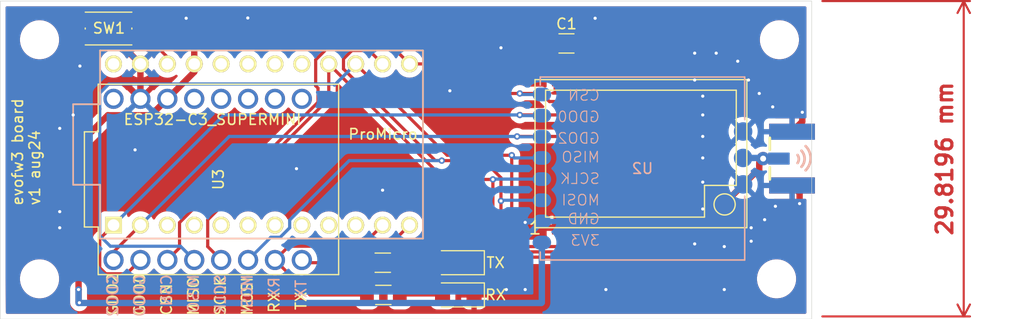
<source format=kicad_pcb>
(kicad_pcb (version 20240108) (generator "pcbnew") (generator_version "8.0")
  (layers (0 "F.Cu" signal) (31 "B.Cu" signal) (34 "B.Paste" user) (35 "F.Paste" user) (36 "B.SilkS" user "B.Silkscreen") (37 "F.SilkS" user "F.Silkscreen") (38 "B.Mask" user) (39 "F.Mask" user) (44 "Edge.Cuts" user))
  (net 0 "")
  (net 1 "/MISO")
  (net 2 "/GND")
  (net 3 "/GDO0")
  (net 4 "/VCC")
  (net 5 "/GDO2")
  (net 6 "/CSN")
  (net 7 "/ANT")
  (net 8 "/MOSI")
  (net 9 "/SCK")
  (net 29 "Net-(D1-A)")
  (net 30 "Net-(D2-A)")
  (net 31 "/RX")
  (net 32 "/TX")
  (net 33 "Net-(U1-RST)")
  (footprint "MountingHole:MountingHole_3.2mm_M3" (layer "F.Cu") (at 121.285 48.26)
    (property "Reference" "H3" (hide yes))
    (property "Value" "MountingHole" (hide yes))
    (pad "" np_thru_hole circle (at 0 0) (size 3.2 3.2) (drill 3.2) (layers "*.Cu" "*.Mask"))
  )
  (footprint "CC1101-E07-PI:SMA_PAD" (layer "F.Cu") (at 122.2855 59.5)
    (property "Reference" "J$1" (hide yes))
    (property "Value" "~" (hide yes))
    (fp_arc (start 0.7112 -0.3429) (mid 0.83015 0.0381) (end 0.7112 0.4191) (stroke (width 0.254)) (layer "B.SilkS"))
    (fp_arc (start 1.0795 -0.7493) (mid 1.37508 0.012701) (end 1.079499 0.774701) (stroke (width 0.254)) (layer "B.SilkS"))
    (fp_arc (start 1.4732 -1.1811) (mid 1.946646 -0.038099) (end 1.473199 1.104901) (stroke (width 0.254)) (layer "B.SilkS"))
    (fp_line (start -1.905 -1.9685) (end -1.905 -0.8255) (stroke (width 0.254)) (layer "F.SilkS"))
    (fp_line (start -1.905 0.8255) (end -1.905 1.9685) (stroke (width 0.254)) (layer "F.SilkS"))
    (pad "ANT0" smd roundrect (at -1.04875 0) (size 2.032 1.143) (layers "B.Cu" "B.Paste" "B.Mask") (roundrect_rratio 0.05) (net 7 "/ANT"))
    (pad "ANT1" smd roundrect (at -1.30275 0 180) (size 1.524 1.016) (layers "F.Cu" "F.Paste" "F.Mask") (roundrect_rratio 0.1) (net 7 "/ANT"))
    (pad "ANT2" thru_hole circle (at -2.54 0 180) (size 1.27 1.27) (drill 0.5588) (layers "*.Cu" "*.Mask") (net 7 "/ANT"))
    (pad "GND3" smd rect (at 0.1905 2.54) (size 4.318 1.524) (layers "F.Cu" "F.Mask") (net 2 "/GND"))
    (pad "GND4" smd rect (at 0.1905 -2.54) (size 4.318 1.524) (layers "F.Cu" "F.Mask") (net 2 "/GND"))
    (pad "GND5" smd rect (at 0.1905 -2.54 180) (size 4.318 1.524) (layers "B.Cu" "B.Mask") (net 2 "/GND"))
    (pad "GND6" smd rect (at 0.1905 2.54 180) (size 4.318 1.524) (layers "B.Cu" "B.Mask") (net 2 "/GND"))
    (zone (net 0) (net_name "") (layer "F.Cu") (connect_pads (clearance 0)) (min_thickness 0.25)
      (keepout (tracks not_allowed) (vias not_allowed) (pads not_allowed) (copperpour not_allowed) (footprints allowed))
      (fill (thermal_gap 0.5) (thermal_bridge_width 0.5))
      (polygon (pts (xy 123.492 58.6745) (xy 121.714 58.6745) (xy 121.714 60.3255) (xy 123.492 60.3255)))
    )
  )
  (footprint "Resistor_SMD:R_1206_3216Metric_Pad1.30x1.75mm_HandSolder" (layer "F.Cu") (at 83.841 69.342)
    (property "Reference" "R2" (hide yes))
    (property "Value" "220R" (hide yes))
    (fp_line (start -0.727064 -0.91) (end 0.727064 -0.91) (stroke (width 0.12)) (layer "F.SilkS"))
    (fp_line (start -0.727064 0.91) (end 0.727064 0.91) (stroke (width 0.12)) (layer "F.SilkS"))
    (pad "1" smd roundrect (at -1.55 0) (size 1.3 1.75) (layers "F.Cu" "F.Paste" "F.Mask") (roundrect_rratio 0.192308) (net 32 "/TX"))
    (pad "2" smd roundrect (at 1.55 0) (size 1.3 1.75) (layers "F.Cu" "F.Paste" "F.Mask") (roundrect_rratio 0.192308) (net 30 "Net-(D2-A)"))
  )
  (footprint "Button_Switch_SMD:SW_Push_1P1T_NO_CK_KMR2" (layer "F.Cu") (at 57.95 47.2)
    (property "Reference" "SW1" (at 0.0382 -0.0322 0) (layer "F.SilkS"))
    (property "Value" "SW_DIP_x01" (hide yes))
    (fp_line (start -2.2 0.05) (end -2.2 -0.05) (stroke (width 0.12)) (layer "F.SilkS"))
    (fp_line (start -2.2 1.55) (end 2.2 1.55) (stroke (width 0.12)) (layer "F.SilkS"))
    (fp_line (start 2.2 -1.55) (end -2.2 -1.55) (stroke (width 0.12)) (layer "F.SilkS"))
    (fp_line (start 2.2 0.05) (end 2.2 -0.05) (stroke (width 0.12)) (layer "F.SilkS"))
    (pad "1" smd rect (at -2.05 -0.8) (size 0.9 1) (layers "F.Cu" "F.Paste" "F.Mask") (net 33 "Net-(U1-RST)"))
    (pad "1" smd rect (at 2.05 -0.8) (size 0.9 1) (layers "F.Cu" "F.Paste" "F.Mask") (net 33 "Net-(U1-RST)"))
    (pad "2" smd rect (at -2.05 0.8) (size 0.9 1) (layers "F.Cu" "F.Paste" "F.Mask") (net 2 "/GND"))
    (pad "2" smd rect (at 2.05 0.8) (size 0.9 1) (layers "F.Cu" "F.Paste" "F.Mask") (net 2 "/GND"))
  )
  (footprint "LED_SMD:LED_1206_3216Metric_Pad1.42x1.75mm_HandSolder" (layer "F.Cu") (at 90.9685 69.342 180)
    (property "Reference" "D2" (hide yes))
    (property "Value" "TX" (at -3.5195 0 180) (layer "F.SilkS"))
    (fp_line (start 1.6 -1.135) (end -2.46 -1.135) (stroke (width 0.12)) (layer "F.SilkS"))
    (fp_line (start -2.46 1.135) (end 1.6 1.135) (stroke (width 0.12)) (layer "F.SilkS"))
    (fp_line (start -2.46 -1.135) (end -2.46 1.135) (stroke (width 0.12)) (layer "F.SilkS"))
    (pad "1" smd roundrect (at -1.4875 0 180) (size 1.425 1.75) (layers "F.Cu" "F.Paste" "F.Mask") (roundrect_rratio 0.175439) (net 2 "/GND"))
    (pad "2" smd roundrect (at 1.4875 0 180) (size 1.425 1.75) (layers "F.Cu" "F.Paste" "F.Mask") (roundrect_rratio 0.175439) (net 30 "Net-(D2-A)"))
  )
  (footprint "Library:MODULE_ESP32-C3_SUPERMINI" (layer "F.Cu") (at 68.32 61.468 90)
    (property "Reference" "U3" (at 0 0 -90) (layer "F.SilkS"))
    (property "Value" "ESP32-C3_SUPERMINI" (at 5.665 -0.555 0) (layer "F.SilkS"))
    (fp_line (start 4.5 -12.65) (end -4.5 -12.65) (stroke (width 0.127)) (layer "F.SilkS"))
    (fp_line (start 4.5 -12.65) (end 4.5 -11.35) (stroke (width 0.127)) (layer "F.SilkS"))
    (fp_line (start -4.5 -12.65) (end -4.5 -11.35) (stroke (width 0.127)) (layer "F.SilkS"))
    (fp_line (start 9 -11.35) (end 4.5 -11.35) (stroke (width 0.127)) (layer "F.SilkS"))
    (fp_line (start -4.5 -11.35) (end -9 -11.35) (stroke (width 0.127)) (layer "F.SilkS"))
    (fp_line (start 9 11.35) (end 9 -11.35) (stroke (width 0.127)) (layer "F.SilkS"))
    (fp_line (start 9 11.35) (end -9 11.35) (stroke (width 0.127)) (layer "F.SilkS"))
    (fp_line (start -9 11.35) (end -9 -11.35) (stroke (width 0.127)) (layer "F.SilkS"))
    (pad "0" thru_hole circle (at 7.62 7.88 90) (size 1.905 1.905) (drill 1.27) (layers "*.Cu" "*.Mask"))
    (pad "1" thru_hole circle (at 7.62 5.34 90) (size 1.905 1.905) (drill 1.27) (layers "*.Cu" "*.Mask"))
    (pad "2" thru_hole circle (at 7.62 2.8 90) (size 1.905 1.905) (drill 1.27) (layers "*.Cu" "*.Mask"))
    (pad "3" thru_hole circle (at 7.62 0.26 90) (size 1.905 1.905) (drill 1.27) (layers "*.Cu" "*.Mask"))
    (pad "3.3" thru_hole circle (at 7.62 -4.82 90) (size 1.905 1.905) (drill 1.27) (layers "*.Cu" "*.Mask") (net 4 "/VCC"))
    (pad "4" thru_hole circle (at 7.62 -2.28 90) (size 1.905 1.905) (drill 1.27) (layers "*.Cu" "*.Mask"))
    (pad "5" thru_hole circle (at -7.62 -9.9 90) (size 1.905 1.905) (drill 1.27) (layers "*.Cu" "*.Mask") (net 5 "/GDO2"))
    (pad "5V" thru_hole circle (at 7.62 -9.9 90) (size 1.905 1.905) (drill 1.27) (layers "*.Cu" "*.Mask"))
    (pad "6" thru_hole circle (at -7.62 -7.36 90) (size 1.905 1.905) (drill 1.27) (layers "*.Cu" "*.Mask") (net 3 "/GDO0"))
    (pad "7" thru_hole circle (at -7.62 -4.82 90) (size 1.905 1.905) (drill 1.27) (layers "*.Cu" "*.Mask") (net 6 "/CSN"))
    (pad "8" thru_hole circle (at -7.62 -2.28 90) (size 1.905 1.905) (drill 1.27) (layers "*.Cu" "*.Mask") (net 1 "/MISO"))
    (pad "9" thru_hole circle (at -7.62 0.26 90) (size 1.905 1.905) (drill 1.27) (layers "*.Cu" "*.Mask") (net 9 "/SCK"))
    (pad "10" thru_hole circle (at -7.62 2.8 90) (size 1.905 1.905) (drill 1.27) (layers "*.Cu" "*.Mask") (net 8 "/MOSI"))
    (pad "20" thru_hole circle (at -7.62 5.34 90) (size 1.905 1.905) (drill 1.27) (layers "*.Cu" "*.Mask") (net 31 "/RX"))
    (pad "21" thru_hole circle (at -7.62 7.88 90) (size 1.905 1.905) (drill 1.27) (layers "*.Cu" "*.Mask") (net 32 "/TX"))
    (pad "G" thru_hole circle (at 7.62 -7.36 90) (size 1.905 1.905) (drill 1.27) (layers "*.Cu" "*.Mask") (net 2 "/GND"))
  )
  (footprint "MountingHole:MountingHole_3.2mm_M3" (layer "F.Cu") (at 51.435 70.866)
    (property "Reference" "H2" (hide yes))
    (property "Value" "MountingHole" (hide yes))
    (pad "" np_thru_hole circle (at 0 0) (size 3.2 3.2) (drill 3.2) (layers "*.Cu" "*.Mask"))
  )
  (footprint "LED_SMD:LED_1206_3216Metric_Pad1.42x1.75mm_HandSolder" (layer "F.Cu") (at 90.9685 72.39 180)
    (property "Reference" "D1" (hide yes))
    (property "Value" "RX" (at -3.5195 0 180) (layer "F.SilkS"))
    (fp_line (start 1.6 -1.135) (end -2.46 -1.135) (stroke (width 0.12)) (layer "F.SilkS"))
    (fp_line (start -2.46 1.135) (end 1.6 1.135) (stroke (width 0.12)) (layer "F.SilkS"))
    (fp_line (start -2.46 -1.135) (end -2.46 1.135) (stroke (width 0.12)) (layer "F.SilkS"))
    (pad "1" smd roundrect (at -1.4875 0 180) (size 1.425 1.75) (layers "F.Cu" "F.Paste" "F.Mask") (roundrect_rratio 0.175439) (net 2 "/GND"))
    (pad "2" smd roundrect (at 1.4875 0 180) (size 1.425 1.75) (layers "F.Cu" "F.Paste" "F.Mask") (roundrect_rratio 0.175439) (net 29 "Net-(D1-A)"))
  )
  (footprint "MountingHole:MountingHole_3.2mm_M3" (layer "F.Cu") (at 51.435 48.26)
    (property "Reference" "H1" (hide yes))
    (property "Value" "MountingHole" (hide yes))
    (pad "" np_thru_hole circle (at 0 0) (size 3.2 3.2) (drill 3.2) (layers "*.Cu" "*.Mask"))
  )
  (footprint "promicro:ProMicro" (layer "F.Cu") (at 72.39 58.166)
    (property "Reference" "U1" (hide yes))
    (property "Value" "ProMicro" (at 11.47 -0.97 0) (layer "F.SilkS"))
    (fp_line (start -17.78 -3.81) (end -15.24 -3.81) (stroke (width 0.15)) (layer "B.SilkS"))
    (fp_line (start -17.78 3.81) (end -17.78 -3.81) (stroke (width 0.15)) (layer "B.SilkS"))
    (fp_line (start -15.24 -8.89) (end 15.24 -8.89) (stroke (width 0.15)) (layer "B.SilkS"))
    (fp_line (start -15.24 -3.81) (end -15.24 -8.89) (stroke (width 0.15)) (layer "B.SilkS"))
    (fp_line (start -15.24 3.81) (end -17.78 3.81) (stroke (width 0.15)) (layer "B.SilkS"))
    (fp_line (start -15.24 8.89) (end -15.24 3.81) (stroke (width 0.15)) (layer "B.SilkS"))
    (fp_line (start 15.24 -8.89) (end 15.24 8.89) (stroke (width 0.15)) (layer "B.SilkS"))
    (fp_line (start 15.24 8.89) (end -15.24 8.89) (stroke (width 0.15)) (layer "B.SilkS"))
    (fp_line (start -17.78 -3.81) (end -15.24 -3.81) (stroke (width 0.15)) (layer "F.SilkS"))
    (fp_line (start -17.78 3.81) (end -17.78 -3.81) (stroke (width 0.15)) (layer "F.SilkS"))
    (fp_line (start -15.24 -8.89) (end 15.24 -8.89) (stroke (width 0.15)) (layer "F.SilkS"))
    (fp_line (start -15.24 -3.81) (end -15.24 -8.89) (stroke (width 0.15)) (layer "F.SilkS"))
    (fp_line (start -15.24 3.81) (end -17.78 3.81) (stroke (width 0.15)) (layer "F.SilkS"))
    (fp_line (start -15.24 8.89) (end -15.24 3.81) (stroke (width 0.15)) (layer "F.SilkS"))
    (fp_line (start -15.24 8.89) (end 15.24 8.89) (stroke (width 0.15)) (layer "F.SilkS"))
    (fp_line (start 15.24 -8.89) (end 15.24 8.89) (stroke (width 0.15)) (layer "F.SilkS"))
    (pad "1" thru_hole rect (at -13.97 7.62) (size 1.6 1.6) (drill 1.1) (layers "*.Cu" "*.Mask" "F.SilkS") (net 3 "/GDO0"))
    (pad "2" thru_hole circle (at -11.43 7.62) (size 1.6 1.6) (drill 1.1) (layers "*.Cu" "*.Mask" "F.SilkS") (net 5 "/GDO2"))
    (pad "3" thru_hole circle (at -8.89 7.62) (size 1.6 1.6) (drill 1.1) (layers "*.Cu" "*.Mask" "F.SilkS"))
    (pad "4" thru_hole circle (at -6.35 7.62) (size 1.6 1.6) (drill 1.1) (layers "*.Cu" "*.Mask" "F.SilkS"))
    (pad "5" thru_hole circle (at -3.81 7.62) (size 1.6 1.6) (drill 1.1) (layers "*.Cu" "*.Mask" "F.SilkS"))
    (pad "6" thru_hole circle (at -1.27 7.62) (size 1.6 1.6) (drill 1.1) (layers "*.Cu" "*.Mask" "F.SilkS"))
    (pad "7" thru_hole circle (at 1.27 7.62) (size 1.6 1.6) (drill 1.1) (layers "*.Cu" "*.Mask" "F.SilkS"))
    (pad "8" thru_hole circle (at 3.81 7.62) (size 1.6 1.6) (drill 1.1) (layers "*.Cu" "*.Mask" "F.SilkS"))
    (pad "9" thru_hole circle (at 6.35 7.62) (size 1.6 1.6) (drill 1.1) (layers "*.Cu" "*.Mask" "F.SilkS"))
    (pad "10" thru_hole circle (at 8.89 7.62) (size 1.6 1.6) (drill 1.1) (layers "*.Cu" "*.Mask" "F.SilkS"))
    (pad "11" thru_hole circle (at 11.43 7.62) (size 1.6 1.6) (drill 1.1) (layers "*.Cu" "*.Mask" "F.SilkS") (net 31 "/RX"))
    (pad "12" thru_hole circle (at 13.97 7.62) (size 1.6 1.6) (drill 1.1) (layers "*.Cu" "*.Mask" "F.SilkS") (net 32 "/TX"))
    (pad "13" thru_hole circle (at 13.97 -7.62) (size 1.6 1.6) (drill 1.1) (layers "*.Cu" "*.Mask" "F.SilkS") (net 6 "/CSN"))
    (pad "14" thru_hole circle (at 11.43 -7.62) (size 1.6 1.6) (drill 1.1) (layers "*.Cu" "*.Mask" "F.SilkS") (net 8 "/MOSI"))
    (pad "15" thru_hole circle (at 8.89 -7.62) (size 1.6 1.6) (drill 1.1) (layers "*.Cu" "*.Mask" "F.SilkS") (net 1 "/MISO"))
    (pad "16" thru_hole circle (at 6.35 -7.62) (size 1.6 1.6) (drill 1.1) (layers "*.Cu" "*.Mask" "F.SilkS") (net 9 "/SCK"))
    (pad "17" thru_hole circle (at 3.81 -7.62) (size 1.6 1.6) (drill 1.1) (layers "*.Cu" "*.Mask" "F.SilkS"))
    (pad "18" thru_hole circle (at 1.27 -7.62) (size 1.6 1.6) (drill 1.1) (layers "*.Cu" "*.Mask" "F.SilkS"))
    (pad "19" thru_hole circle (at -1.27 -7.62) (size 1.6 1.6) (drill 1.1) (layers "*.Cu" "*.Mask" "F.SilkS"))
    (pad "20" thru_hole circle (at -3.81 -7.62) (size 1.6 1.6) (drill 1.1) (layers "*.Cu" "*.Mask" "F.SilkS"))
    (pad "21" thru_hole circle (at -6.35 -7.62) (size 1.6 1.6) (drill 1.1) (layers "*.Cu" "*.Mask" "F.SilkS") (net 4 "/VCC"))
    (pad "22" thru_hole circle (at -8.89 -7.62) (size 1.6 1.6) (drill 1.1) (layers "*.Cu" "*.Mask" "F.SilkS") (net 33 "Net-(U1-RST)"))
    (pad "23" thru_hole circle (at -11.43 -7.62) (size 1.6 1.6) (drill 1.1) (layers "*.Cu" "*.Mask" "F.SilkS") (net 2 "/GND"))
    (pad "24" thru_hole circle (at -13.97 -7.62) (size 1.6 1.6) (drill 1.1) (layers "*.Cu" "*.Mask" "F.SilkS"))
  )
  (footprint "CC1101-E07-PI:E07-900M10S" (layer "F.Cu") (at 98.21 66.032)
    (property "Reference" "1" (at 0 0 0) (layer "F.SilkS") (effects (font (size 1.27 1.27))))
    (property "Value" "~")
    (fp_line (start 0 -14) (end 0 0) (stroke (width 0.127)) (layer "F.SilkS"))
    (fp_line (start 0 0) (end 20 0) (stroke (width 0.127)) (layer "F.SilkS"))
    (fp_line (start 1 -13) (end 19 -13) (stroke (width 0.127)) (layer "F.SilkS"))
    (fp_line (start 1 -1) (end 1 -13) (stroke (width 0.127)) (layer "F.SilkS"))
    (fp_line (start 16 -4) (end 16 -1) (stroke (width 0.127)) (layer "F.SilkS"))
    (fp_line (start 16 -1) (end 1 -1) (stroke (width 0.127)) (layer "F.SilkS"))
    (fp_line (start 19 -13) (end 19 -4) (stroke (width 0.127)) (layer "F.SilkS"))
    (fp_line (start 19 -4) (end 16 -4) (stroke (width 0.127)) (layer "F.SilkS"))
    (fp_line (start 20 -14) (end 0 -14) (stroke (width 0.127)) (layer "F.SilkS"))
    (fp_line (start 20 0) (end 20 -14) (stroke (width 0.127)) (layer "F.SilkS"))
    (fp_circle (center 17.9 -2.2) (end 18.9 -2.2) (stroke (width 0.127)) (fill none) (layer "F.SilkS"))
    (pad "1" smd rect (at 19 -14 90) (size 1.27 0.8) (layers "F.Cu" "F.Paste" "F.Mask") (net 2 "/GND"))
    (pad "2" smd rect (at 17.73 -14 90) (size 1.27 0.8) (layers "F.Cu" "F.Paste" "F.Mask") (net 2 "/GND"))
    (pad "3" smd rect (at 16.46 -14 90) (size 1.27 0.8) (layers "F.Cu" "F.Paste" "F.Mask") (net 2 "/GND"))
    (pad "4" smd rect (at 10.89 -14 90) (size 1.27 0.8) (layers "F.Cu" "F.Paste" "F.Mask") (net 2 "/GND"))
    (pad "5" smd rect (at 9.62 -14 90) (size 1.27 0.8) (layers "F.Cu" "F.Paste" "F.Mask") (net 2 "/GND"))
    (pad "6" smd rect (at 8.35 -14 90) (size 1.27 0.8) (layers "F.Cu" "F.Paste" "F.Mask"))
    (pad "7" smd rect (at 7.08 -14 90) (size 1.27 0.8) (layers "F.Cu" "F.Paste" "F.Mask"))
    (pad "8" smd rect (at 5.81 -14 90) (size 1.27 0.8) (layers "F.Cu" "F.Paste" "F.Mask"))
    (pad "9" smd rect (at 4.54 -14 90) (size 1.27 0.8) (layers "F.Cu" "F.Paste" "F.Mask") (net 4 "/VCC"))
    (pad "10" smd rect (at 3.27 -14 90) (size 1.27 0.8) (layers "F.Cu" "F.Paste" "F.Mask"))
    (pad "11" smd rect (at 2 -14 90) (size 1.27 0.8) (layers "F.Cu" "F.Paste" "F.Mask") (net 2 "/GND"))
    (pad "12" smd rect (at 2 0 90) (size 1.27 0.8) (layers "F.Cu" "F.Paste" "F.Mask") (net 2 "/GND"))
    (pad "13" smd rect (at 3.27 0 90) (size 1.27 0.8) (layers "F.Cu" "F.Paste" "F.Mask"))
    (pad "14" smd rect (at 4.54 0 90) (size 1.27 0.8) (layers "F.Cu" "F.Paste" "F.Mask") (net 5 "/GDO2"))
    (pad "15" smd rect (at 5.81 0 90) (size 1.27 0.8) (layers "F.Cu" "F.Paste" "F.Mask") (net 3 "/GDO0"))
    (pad "16" smd rect (at 7.08 0 90) (size 1.27 0.8) (layers "F.Cu" "F.Paste" "F.Mask") (net 1 "/MISO"))
    (pad "17" smd rect (at 8.35 0 90) (size 1.27 0.8) (layers "F.Cu" "F.Paste" "F.Mask") (net 8 "/MOSI"))
    (pad "18" smd rect (at 9.62 0 90) (size 1.27 0.8) (layers "F.Cu" "F.Paste" "F.Mask") (net 9 "/SCK"))
    (pad "19" smd rect (at 10.89 0 90) (size 1.27 0.8) (layers "F.Cu" "F.Paste" "F.Mask") (net 6 "/CSN"))
    (pad "20" smd rect (at 16.46 0 90) (size 1.27 0.8) (layers "F.Cu" "F.Paste" "F.Mask") (net 2 "/GND"))
    (pad "21" smd rect (at 17.73 0 90) (size 1.27 0.8) (layers "F.Cu" "F.Paste" "F.Mask") (net 7 "/ANT"))
    (pad "22" smd rect (at 19 0 90) (size 1.27 0.8) (layers "F.Cu" "F.Paste" "F.Mask") (net 2 "/GND"))
  )
  (footprint "Resistor_SMD:R_1206_3216Metric_Pad1.30x1.75mm_HandSolder" (layer "F.Cu") (at 83.893 72.39)
    (property "Reference" "R1" (hide yes))
    (property "Value" "220R" (hide yes))
    (fp_line (start -0.727064 -0.91) (end 0.727064 -0.91) (stroke (width 0.12)) (layer "F.SilkS"))
    (fp_line (start -0.727064 0.91) (end 0.727064 0.91) (stroke (width 0.12)) (layer "F.SilkS"))
    (pad "1" smd roundrect (at -1.55 0) (size 1.3 1.75) (layers "F.Cu" "F.Paste" "F.Mask") (roundrect_rratio 0.192308) (net 31 "/RX"))
    (pad "2" smd roundrect (at 1.55 0) (size 1.3 1.75) (layers "F.Cu" "F.Paste" "F.Mask") (roundrect_rratio 0.192308) (net 29 "Net-(D1-A)"))
  )
  (footprint "MountingHole:MountingHole_3.2mm_M3" (layer "F.Cu") (at 121.014 70.866)
    (property "Reference" "H4" (hide yes))
    (property "Value" "MountingHole" (hide yes))
    (pad "" np_thru_hole circle (at 0 0) (size 3.2 3.2) (drill 3.2) (layers "*.Cu" "*.Mask"))
  )
  (footprint "Capacitor_SMD:C_1206_3216Metric_Pad1.33x1.80mm_HandSolder" (layer "F.Cu") (at 101.1805 48.61)
    (property "Reference" "C1" (at 0 -1.85 0) (layer "F.SilkS"))
    (property "Value" "100 nF" (hide yes))
    (fp_line (start -0.711252 -0.91) (end 0.711252 -0.91) (stroke (width 0.12)) (layer "F.SilkS"))
    (fp_line (start -0.711252 0.91) (end 0.711252 0.91) (stroke (width 0.12)) (layer "F.SilkS"))
    (pad "1" smd roundrect (at -1.5625 0) (size 1.325 1.8) (layers "F.Cu" "F.Paste" "F.Mask") (roundrect_rratio 0.188679) (net 2 "/GND"))
    (pad "2" smd roundrect (at 1.5625 0) (size 1.325 1.8) (layers "F.Cu" "F.Paste" "F.Mask") (roundrect_rratio 0.188679) (net 4 "/VCC"))
  )
  (footprint "miscellaneous:CC1101-868MHz-Module" (layer "B.Cu") (at 108.356 60.436)
    (property "Reference" "U2" (at 0 0 0) (layer "B.SilkS") (effects (justify mirror)))
    (property "Value" "CC1101-868MHz-Module")
    (fp_line (start -9.65 -8.65) (end 9.65 -8.65) (stroke (width 0.15)) (layer "B.SilkS"))
    (fp_line (start -9.65 -7.9) (end -9.65 -8.65) (stroke (width 0.15)) (layer "B.SilkS"))
    (fp_line (start -9.65 8.65) (end -9.65 7.9) (stroke (width 0.15)) (layer "B.SilkS"))
    (fp_line (start 9.65 -8.65) (end 9.65 -4.625) (stroke (width 0.15)) (layer "B.SilkS"))
    (fp_line (start 9.65 2.625) (end 9.65 8.65) (stroke (width 0.15)) (layer "B.SilkS"))
    (fp_line (start 9.65 8.65) (end -9.65 8.65) (stroke (width 0.15)) (layer "B.SilkS"))
    (pad "1" smd oval (at -9.5 7) (size 1.75 1.3) (layers "B.Cu" "B.Paste" "B.Mask") (net 4 "/VCC"))
    (pad "2" smd oval (at -9.5 5) (size 1.75 1.3) (layers "B.Cu" "B.Paste" "B.Mask") (net 2 "/GND"))
    (pad "3" smd oval (at -9.5 3) (size 1.75 1.3) (layers "B.Cu" "B.Paste" "B.Mask") (net 8 "/MOSI"))
    (pad "4" smd oval (at -9.5 1) (size 1.75 1.3) (layers "B.Cu" "B.Paste" "B.Mask") (net 9 "/SCK"))
    (pad "5" smd oval (at -9.5 -1) (size 1.75 1.3) (layers "B.Cu" "B.Paste" "B.Mask") (net 1 "/MISO"))
    (pad "6" smd oval (at -9.5 -3) (size 1.75 1.3) (layers "B.Cu" "B.Paste" "B.Mask") (net 5 "/GDO2"))
    (pad "7" smd oval (at -9.5 -5) (size 1.75 1.3) (layers "B.Cu" "B.Paste" "B.Mask") (net 3 "/GDO0"))
    (pad "8" smd oval (at -9.5 -7) (size 1.75 1.3) (layers "B.Cu" "B.Paste" "B.Mask") (net 6 "/CSN"))
    (pad "9" smd circle (at 9.5 -3.5) (size 1.75 1.75) (layers "B.Cu" "B.Paste" "B.Mask") (net 2 "/GND"))
    (pad "10" smd circle (at 9.5 -1) (size 1.75 1.75) (layers "B.Cu" "B.Paste" "B.Mask") (net 7 "/ANT"))
    (pad "11" smd circle (at 9.5 1.5) (size 1.75 1.75) (layers "B.Cu" "B.Paste" "B.Mask") (net 2 "/GND"))
  )
  (gr_rect (start 47.7266 44.6024) (end 124.333 74.676) (stroke (width 0.05)) (fill none) (layer "Edge.Cuts"))
  (gr_text "SCLK\n" (at 69.088 70.358 90) (layer "B.SilkS") (effects (font (size 1 1)) (justify left bottom mirror)))
  (gr_text "GDO0\n" (at 61.468 70.358 90) (layer "B.SilkS") (effects (font (size 1 1)) (justify left bottom mirror)))
  (gr_text "MOSI\n" (at 71.628 70.358 90) (layer "B.SilkS") (effects (font (size 1 1)) (justify left bottom mirror)))
  (gr_text "GDO2" (at 58.928 70.358 90) (layer "B.SilkS") (effects (font (size 1 1)) (justify left bottom mirror)))
  (gr_text "GDO2" (at 104.394 58.166 0) (layer "B.SilkS") (effects (font (size 1 1) (thickness 0.1)) (justify left bottom mirror)))
  (gr_text "MISO" (at 66.548 70.358 90) (layer "B.SilkS") (effects (font (size 1 1)) (justify left bottom mirror)))
  (gr_text "SCLK" (at 104.394 61.976 0) (layer "B.SilkS") (effects (font (size 1 1) (thickness 0.1)) (justify left bottom mirror)))
  (gr_text "CSN\n" (at 104.394 54.102 0) (layer "B.SilkS") (effects (font (size 1 1) (thickness 0.1)) (justify left bottom mirror)))
  (gr_text "RX\n" (at 74.168 70.612 90) (layer "B.SilkS") (effects (font (size 1 1)) (justify left bottom mirror)))
  (gr_text "GND" (at 104.394 65.786 0) (layer "B.SilkS") (effects (font (size 1 1) (thickness 0.1)) (justify left bottom mirror)))
  (gr_text "3V3" (at 104.394 67.818 0) (layer "B.SilkS") (effects (font (size 1 1) (thickness 0.1)) (justify left bottom mirror)))
  (gr_text "GDO0\n" (at 104.394 56.134 0) (layer "B.SilkS") (effects (font (size 1 1) (thickness 0.1)) (justify left bottom mirror)))
  (gr_text "MOSI\n" (at 104.394 64.008 0) (layer "B.SilkS") (effects (font (size 1 1) (thickness 0.1)) (justify left bottom mirror)))
  (gr_text "MISO" (at 104.394 59.944 0) (layer "B.SilkS") (effects (font (size 1 1) (thickness 0.1)) (justify left bottom mirror)))
  (gr_text "CSN\n" (at 64.008 70.358 90) (layer "B.SilkS") (effects (font (size 1 1)) (justify left bottom mirror)))
  (gr_text "TX\n" (at 76.708 70.866 90) (layer "B.SilkS") (effects (font (size 1 1)) (justify left bottom mirror)))
  (gr_text "evofw3 board\nv1 aug24" (at 51.562 64.008 90) (layer "F.SilkS") (effects (font (size 1 1)) (justify left bottom)))
  (gr_text "MISO" (at 66.548 74.422 90) (layer "F.SilkS") (effects (font (size 1 1)) (justify left bottom)))
  (gr_text "RX\n" (at 74.168 74.168 90) (layer "F.SilkS") (effects (font (size 1 1)) (justify left bottom)))
  (gr_text "GDO2" (at 58.928 74.422 90) (layer "F.SilkS") (effects (font (size 1 1)) (justify left bottom)))
  (gr_text "MOSI\n" (at 71.628 74.422 90) (layer "F.SilkS") (effects (font (size 1 1)) (justify left bottom)))
  (gr_text "GDO0\n" (at 61.468 74.422 90) (layer "F.SilkS") (effects (font (size 1 1)) (justify left bottom)))
  (gr_text "TX\n" (at 76.708 73.914 90) (layer "F.SilkS") (effects (font (size 1 1)) (justify left bottom)))
  (gr_text "CSN\n" (at 64.008 74.422 90) (layer "F.SilkS") (effects (font (size 1 1)) (justify left bottom)))
  (gr_text "SCLK\n" (at 69.088 74.422 90) (layer "F.SilkS") (effects (font (size 1 1)) (justify left bottom)))
  (dimension (type aligned) (layer "F.Cu") (pts (xy 124.841 74.422) (xy 124.841 44.6024)) (height 13.843) (gr_text "29,8196 mm" (at 136.884 59.5122 90) (layer "F.Cu") (effects (font (size 1.5 1.5) (thickness 0.3)))) (format (prefix "") (suffix "") (units 3) (units_format 1) (precision 4)) (style (thickness 0.2) (arrow_length 1.27) (text_position_mode 0) (extension_height 0.58642) (extension_offset 0.5) keep_text_aligned))
  (segment (start 104.439 67.818) (end 96.012 67.818) (width 0.3) (layer "F.Cu") (net 1))
  (segment (start 105.29 66.967) (end 104.439 67.818) (width 0.3) (layer "F.Cu") (net 1))
  (segment (start 96.012 67.818) (end 96.012 59.182) (width 0.3) (layer "F.Cu") (net 1))
  (segment (start 89.916 59.182) (end 81.28 50.546) (width 0.3) (layer "F.Cu") (net 1))
  (segment (start 96.012 59.182) (end 89.916 59.182) (width 0.3) (layer "F.Cu") (net 1))
  (segment (start 105.29 66.032) (end 105.29 66.967) (width 0.3) (layer "F.Cu") (net 1))
  (via (at 96.012 59.182) (size 0.6) (drill 0.3) (layers "F.Cu" "B.Cu") (net 1))
  (segment (start 98.856 59.436) (end 96.266 59.436) (width 0.3) (layer "B.Cu") (net 1))
  (segment (start 64.7375 67.7855) (end 66.04 69.088) (width 0.3) (layer "B.Cu") (net 1))
  (segment (start 57.1175 66.7835) (end 58.1195 67.7855) (width 0.3) (layer "B.Cu") (net 1))
  (segment (start 57.1175 53.308486) (end 57.1175 66.7835) (width 0.3) (layer "B.Cu") (net 1))
  (segment (start 79.1805 52.4455) (end 57.980486 52.4455) (width 0.3) (layer "B.Cu") (net 1))
  (segment (start 58.1195 67.7855) (end 64.7375 67.7855) (width 0.3) (layer "B.Cu") (net 1))
  (segment (start 96.266 59.436) (end 96.012 59.182) (width 0.3) (layer "B.Cu") (net 1))
  (segment (start 57.980486 52.4455) (end 57.1175 53.308486) (width 0.3) (layer "B.Cu") (net 1))
  (segment (start 81.28 50.546) (end 79.2805 52.5455) (width 0.3) (layer "B.Cu") (net 1))
  (segment (start 79.2805 52.5455) (end 79.1805 52.4455) (width 0.3) (layer "B.Cu") (net 1))
  (segment (start 103.886 46.228) (end 103.904 46.21) (width 0.6) (layer "F.Cu") (net 2))
  (segment (start 109.1 49.53) (end 113.284 49.53) (width 0.6) (layer "F.Cu") (net 2))
  (segment (start 55.9 48) (end 59 48) (width 0.6) (layer "F.Cu") (net 2))
  (segment (start 115.316 49.53) (end 115.824 50.038) (width 0.6) (layer "F.Cu") (net 2))
  (segment (start 116.078 71.882) (end 117.21 70.75) (width 0.6) (layer "F.Cu") (net 2))
  (segment (start 92.964 71.882) (end 92.456 72.39) (width 0.6) (layer "F.Cu") (net 2))
  (segment (start 109.1 49.53) (end 109.1 52.032) (width 0.6) (layer "F.Cu") (net 2))
  (segment (start 60 48) (end 60 49) (width 0.6) (layer "F.Cu") (net 2))
  (segment (start 95.504 71.882) (end 92.964 71.882) (width 0.6) (layer "F.Cu") (net 2))
  (segment (start 114.67 51.192) (end 114.67 52.032) (width 0.6) (layer "F.Cu") (net 2))
  (segment (start 116.078 71.882) (end 114.67 70.474) (width 0.6) (layer "F.Cu") (net 2))
  (segment (start 57.6865 52.2955) (end 54.61 55.372) (width 0.6) (layer "F.Cu") (net 2))
  (segment (start 103.904 46.21) (end 107.678 46.21) (width 0.6) (layer "F.Cu") (net 2))
  (segment (start 123.19 62.754) (end 122.476 62.04) (width 0.6) (layer "F.Cu") (net 2))
  (segment (start 71.0946 46.2026) (end 71.102 46.21) (width 0.6) (layer "F.Cu") (net 2))
  (segment (start 117.348 50.292) (end 117.21 50.43) (width 0.6) (layer "F.Cu") (net 2))
  (segment (start 115.94 50.154) (end 117.21 50.154) (width 0.6) (layer "F.Cu") (net 2))
  (segment (start 103.868 46.21) (end 103.886 46.228) (width 0.6) (layer "F.Cu") (net 2))
  (segment (start 117.21 50.154) (end 117.348 50.292) (width 0.6) (layer "F.Cu") (net 2))
  (segment (start 109.1 47.632) (end 109.1 49.53) (width 0.6) (layer "F.Cu") (net 2))
  (segment (start 54.61 55.372) (end 53.34 56.642) (width 0.6) (layer "F.Cu") (net 2))
  (segment (start 117.21 50.43) (end 117.21 52.032) (width 0.6) (layer "F.Cu") (net 2))
  (segment (start 60.96 53.848) (end 59.4075 52.2955) (width 0.6) (layer "F.Cu") (net 2))
  (segment (start 60.96 50.546) (end 60.96 53.848) (width 0.6) (layer "F.Cu") (net 2))
  (segment (start 99.618 48.61) (end 99.618 51.44) (width 0.6) (layer "F.Cu") (net 2))
  (segment (start 115.94 50.154) (end 115.94 52.032) (width 0.6) (layer "F.Cu") (net 2))
  (segment (start 71.102 46.21) (end 103.868 46.21) (width 0.6) (layer "F.Cu") (net 2))
  (segment (start 113.284 49.53) (end 115.316 49.53) (width 0.6) (layer "F.Cu") (net 2))
  (segment (start 115.824 50.038) (end 115.94 50.154) (width 0.6) (layer "F.Cu") (net 2))
  (segment (start 92.964 69.342) (end 95.504 71.882) (width 0.6) (layer "F.Cu") (net 2))
  (segment (start 117.21 70.75) (end 117.21 66.032) (width 0.6) (layer "F.Cu") (net 2))
  (segment (start 107.83 52.032) (end 109.1 52.032) (width 0.6) (layer "F.Cu") (net 2))
  (segment (start 116.078 71.882) (end 104.902 71.882) (width 0.6) (layer "F.Cu") (net 2))
  (segment (start 123.444 55.992) (end 122.476 56.96) (width 0.6) (layer "F.Cu") (net 2))
  (segment (start 99.618 51.44) (end 100.21 52.032) (width 0.6) (layer "F.Cu") (net 2))
  (segment (start 71.0872 46.21) (end 71.0946 46.2026) (width 0.6) (layer "F.Cu") (net 2))
  (segment (start 92.456 69.342) (end 92.964 69.342) (width 0.6) (layer "F.Cu") (net 2))
  (segment (start 65.278 46.228) (end 65.296 46.21) (width 0.6) (layer "F.Cu") (net 2))
  (segment (start 100.21 66.032) (end 97.782 66.032) (width 0.6) (layer "F.Cu") (net 2))
  (segment (start 60 49.586) (end 60.96 50.546) (width 0.6) (layer "F.Cu") (net 2))
  (segment (start 123.19 63.754) (end 123.19 62.754) (width 0.6) (layer "F.Cu") (net 2))
  (segment (start 59.4075 52.2955) (end 57.6865 52.2955) (width 0.6) (layer "F.Cu") (net 2))
  (segment (start 115.824 50.038) (end 114.67 51.192) (width 0.6) (layer "F.Cu") (net 2))
  (segment (start 114.67 70.474) (end 114.67 66.032) (width 0.6) (layer "F.Cu") (net 2))
  (segment (start 107.678 46.21) (end 109.1 47.632) (width 0.6) (layer "F.Cu") (net 2))
  (segment (start 123.444 55.118) (end 123.444 55.992) (width 0.6) (layer "F.Cu") (net 2))
  (segment (start 59 48) (end 60 49) (width 0.6) (layer "F.Cu") (net 2))
  (segment (start 104.902 71.882) (end 95.504 71.882) (width 0.6) (layer "F.Cu") (net 2))
  (segment (start 60 49) (end 60 49.586) (width 0.6) (layer "F.Cu") (net 2))
  (segment (start 100.33 66.152) (end 100.21 66.032) (width 0.6) (layer "F.Cu") (net 2))
  (segment (start 53.34 56.642) (end 53.34 66.04) (width 0.6) (layer "F.Cu") (net 2))
  (segment (start 65.296 46.21) (end 71.0872 46.21) (width 0.6) (layer "F.Cu") (net 2))
  (segment (start 97.782 66.032) (end 97.282 65.532) (width 0.6) (layer "F.Cu") (net 2))
  (via (at 97.282 65.532) (size 0.6) (drill 0.3) (layers "F.Cu" "B.Cu") (net 2))
  (via (at 95.504 71.882) (size 0.6) (drill 0.3) (layers "F.Cu" "B.Cu") (net 2))
  (via (at 65.278 46.228) (size 0.6) (drill 0.3) (layers "F.Cu" "B.Cu") (net 2))
  (via (at 114.046 55.372) (size 0.6) (drill 0.3) (layers "F.Cu" "B.Cu") (net 2))
  (via (at 114.046 57.404) (size 0.6) (drill 0.3) (layers "F.Cu" "B.Cu") (net 2))
  (via (at 114.046 64.262) (size 0.6) (drill 0.3) (layers "F.Cu" "B.Cu") (net 2))
  (via (at 53.34 66.04) (size 0.6) (drill 0.3) (layers "F.Cu" "B.Cu") (net 2))
  (via (at 113.284 67.564) (size 0.6) (drill 0.3) (layers "F.Cu" "B.Cu") (net 2))
  (via (at 114.046 59.436) (size 0.6) (drill 0.3) (layers "F.Cu" "B.Cu") (net 2))
  (via (at 97.282 71.882) (size 0.6) (drill 0.3) (layers "F.Cu" "B.Cu") (net 2))
  (via (at 115.316 49.53) (size 0.6) (drill 0.3) (layers "F.Cu" "B.Cu") (net 2))
  (via (at 120.904 64.008) (size 0.6) (drill 0.3) (layers "F.Cu" "B.Cu") (net 2))
  (via (at 118.618 66.04) (size 0.6) (drill 0.3) (layers "F.Cu" "B.Cu") (net 2))
  (via (at 113.284 52.07) (size 0.6) (drill 0.3) (layers "F.Cu" "B.Cu") (net 2))
  (via (at 114.046 61.722) (size 0.6) (drill 0.3) (layers "F.Cu" "B.Cu") (net 2))
  (via (at 104.902 71.882) (size 0.6) (drill 0.3) (layers "F.Cu" "B.Cu") (net 2))
  (via (at 119.888 65.278) (size 0.6) (drill 0.3) (layers "F.Cu" "B.Cu") (net 2))
  (via (at 116.078 67.818) (size 0.6) (drill 0.3) (layers "F.Cu" "B.Cu") (net 2))
  (via (at 54.61 55.372) (size 0.6) (drill 0.3) (layers "F.Cu" "B.Cu") (net 2))
  (via (at 114.046 53.594) (size 0.6) (drill 0.3) (layers "F.Cu" "B.Cu") (net 2))
  (via (at 113.284 49.53) (size 0.6) (drill 0.3) (layers "F.Cu" "B.Cu") (net 2))
  (via (at 119.38 53.34) (size 0.6) (drill 0.3) (layers "F.Cu" "B.Cu") (net 2))
  (via (at 53.34 64.516) (size 0.6) (drill 0.3) (layers "F.Cu" "B.Cu") (net 2))
  (via (at 75.692 60.452) (size 0.6) (drill 0.3) (layers "F.Cu" "B.Cu") (net 2))
  (via (at 123.444 55.118) (size 0.6) (drill 0.3) (layers "F.Cu" "B.Cu") (net 2))
  (via (at 118.364 52.07) (size 0.6) (drill 0.3) (layers "F.Cu" "B.Cu") (net 2))
  (via (at 103.886 46.228) (size 0.6) (drill 0.3) (layers "F.Cu" "B.Cu") (net 2))
  (via (at 94.996 49.022) (size 0.6) (drill 0.3) (layers "F.Cu" "B.Cu") (net 2))
  (via (at 55.245 50.7492) (size 0.6) (drill 0.3) (layers "F.Cu" "B.Cu") (net 2))
  (via (at 60.452 58.674) (size 0.6) (drill 0.3) (layers "F.Cu" "B.Cu") (net 2))
  (via (at 123.19 63.754) (size 0.6) (drill 0.3) (layers "F.Cu" "B.Cu") (net 2))
  (via (at 71.0946 46.2026) (size 0.6) (drill 0.3) (layers "F.Cu" "B.Cu") (net 2))
  (via (at 53.34 56.642) (size 0.6) (drill 0.3) (layers "F.Cu" "B.Cu") (net 2))
  (via (at 90.17 53.086) (size 0.6) (drill 0.3) (layers "F.Cu" "B.Cu") (net 2))
  (via (at 118.618 67.31) (size 0.6) (drill 0.3) (layers "F.Cu" "B.Cu") (net 2))
  (via (at 83.82 62.484) (size 0.6) (drill 0.3) (layers "F.Cu" "B.Cu") (net 2))
  (via (at 117.348 50.292) (size 0.6) (drill 0.3) (layers "F.Cu" "B.Cu") (net 2))
  (via (at 116.078 71.882) (size 0.6) (drill 0.3) (layers "F.Cu" "B.Cu") (net 2))
  (via (at 120.65 54.61) (size 0.6) (drill 0.3) (layers "F.Cu" "B.Cu") (net 2))
  (segment (start 98.856 65.436) (end 97.378 65.436) (width 0.6) (layer "B.Cu") (net 2))
  (segment (start 99.218 65.436) (end 98.856 65.436) (width 0.6) (layer "B.Cu") (net 2))
  (segment (start 56.388 71.882) (end 97.536 71.882) (width 0.6) (layer "B.Cu") (net 2))
  (segment (start 97.378 65.436) (end 97.282 65.532) (width 0.6) (layer "B.Cu") (net 2))
  (segment (start 53.34 66.04) (end 53.34 66.203567) (width 0.6) (layer "B.Cu") (net 2))
  (segment (start 97.381 71.727) (end 97.381 66.911) (width 0.6) (layer "B.Cu") (net 2))
  (segment (start 53.34 66.203567) (end 56.388 69.251567) (width 0.6) (layer "B.Cu") (net 2))
  (segment (start 97.381 66.911) (end 98.856 65.436) (width 0.6) (layer "B.Cu") (net 2))
  (segment (start 56.388 69.251567) (end 56.388 71.882) (width 0.6) (layer "B.Cu") (net 2))
  (segment (start 97.536 71.882) (end 97.381 71.727) (width 0.6) (layer "B.Cu") (net 2))
  (segment (start 53.34 64.516) (end 53.34 66.04) (width 0.6) (layer "B.Cu") (net 2))
  (segment (start 102.616 55.372) (end 96.774 55.372) (width 0.3) (layer "F.Cu") (net 3))
  (segment (start 57.1175 67.0885) (end 57.1175 69.8175) (width 0.3) (layer "F.Cu") (net 3))
  (segment (start 58.42 65.786) (end 57.1175 67.0885) (width 0.3) (layer "F.Cu") (net 3))
  (segment (start 57.6905 70.3905) (end 59.6575 70.3905) (width 0.3) (layer "F.Cu") (net 3))
  (segment (start 59.6575 70.3905) (end 60.96 69.088) (width 0.3) (layer "F.Cu") (net 3))
  (segment (start 96.52 55.372) (end 96.774 55.372) (width 0.3) (layer "F.Cu") (net 3))
  (segment (start 104.02 66.032) (end 104.02 56.776) (width 0.3) (layer "F.Cu") (net 3))
  (segment (start 104.02 56.776) (end 102.616 55.372) (width 0.3) (layer "F.Cu") (net 3))
  (segment (start 57.1175 69.8175) (end 57.6905 70.3905) (width 0.3) (layer "F.Cu") (net 3))
  (via (at 96.774 55.372) (size 0.6) (drill 0.3) (layers "F.Cu" "B.Cu") (net 3))
  (segment (start 98.856 55.436) (end 96.838 55.436) (width 0.3) (layer "B.Cu") (net 3))
  (segment (start 96.838 55.436) (end 96.774 55.372) (width 0.3) (layer "B.Cu") (net 3))
  (segment (start 68.834 55.372) (end 58.42 65.786) (width 0.3) (layer "B.Cu") (net 3))
  (segment (start 96.774 55.372) (end 68.834 55.372) (width 0.3) (layer "B.Cu") (net 3))
  (segment (start 67 47.11) (end 101.243 47.11) (width 0.6) (layer "F.Cu") (net 4))
  (segment (start 66.04 48.07) (end 67 47.11) (width 0.6) (layer "F.Cu") (net 4))
  (segment (start 66.04 50.546) (end 66.04 51.308) (width 0.6) (layer "F.Cu") (net 4))
  (segment (start 55.118 58.166) (end 55.118 71.882) (width 0.6) (layer "F.Cu") (net 4))
  (segment (start 57.8835 55.4005) (end 56.388 56.896) (width 0.6) (layer "F.Cu") (net 4))
  (segment (start 102.743 48.61) (end 102.743 52.025) (width 0.6) (layer "F.Cu") (net 4))
  (segment (start 101.243 47.11) (end 102.743 48.61) (width 0.6) (layer "F.Cu") (net 4))
  (segment (start 102.743 52.025) (end 102.75 52.032) (width 0.6) (layer "F.Cu") (net 4))
  (segment (start 56.388 56.896) (end 55.118 58.166) (width 0.6) (layer "F.Cu") (net 4))
  (segment (start 63.5 53.848) (end 61.9475 55.4005) (width 0.6) (layer "F.Cu") (net 4))
  (segment (start 55.118 73.0504) (end 55.1942 73.1266) (width 0.6) (layer "F.Cu") (net 4))
  (segment (start 66.04 50.546) (end 66.04 48.07) (width 0.6) (layer "F.Cu") (net 4))
  (segment (start 55.118 71.882) (end 55.118 73.0504) (width 0.6) (layer "F.Cu") (net 4))
  (segment (start 66.04 51.308) (end 63.5 53.848) (width 0.6) (layer "F.Cu") (net 4))
  (segment (start 61.9475 55.4005) (end 57.8835 55.4005) (width 0.6) (layer "F.Cu") (net 4))
  (via (at 55.1942 73.1266) (size 0.6) (drill 0.3) (layers "F.Cu" "B.Cu") (net 4))
  (via (at 55.118 71.882) (size 0.6) (drill 0.3) (layers "F.Cu" "B.Cu") (net 4))
  (segment (start 55.118 71.882) (end 55.118 73.152) (width 0.6) (layer "B.Cu") (net 4))
  (segment (start 98.856 67.436) (end 98.856 73.102) (width 0.6) (layer "B.Cu") (net 4))
  (segment (start 55.118 73.152) (end 98.806 73.152) (width 0.6) (layer "B.Cu") (net 4))
  (segment (start 98.856 73.102) (end 98.806 73.152) (width 0.6) (layer "B.Cu") (net 4))
  (segment (start 60.96 65.786) (end 58.42 68.326) (width 0.3) (layer "F.Cu") (net 5))
  (segment (start 102.75 58.808) (end 101.346 57.404) (width 0.3) (layer "F.Cu") (net 5))
  (segment (start 101.346 57.404) (end 96.52 57.404) (width 0.3) (layer "F.Cu") (net 5))
  (segment (start 58.42 68.326) (end 58.42 69.088) (width 0.3) (layer "F.Cu") (net 5))
  (segment (start 102.75 66.032) (end 102.75 58.808) (width 0.3) (layer "F.Cu") (net 5))
  (via (at 96.52 57.404) (size 0.6) (drill 0.3) (layers "F.Cu" "B.Cu") (net 5))
  (segment (start 69.342 57.404) (end 60.96 65.786) (width 0.3) (layer "B.Cu") (net 5))
  (segment (start 98.856 57.436) (end 96.552 57.436) (width 0.3) (layer "B.Cu") (net 5))
  (segment (start 96.52 57.404) (end 69.342 57.404) (width 0.3) (layer "B.Cu") (net 5))
  (segment (start 96.552 57.436) (end 96.52 57.404) (width 0.3) (layer "B.Cu") (net 5))
  (segment (start 70.35 61.540014) (end 68.65964 61.540014) (width 0.3) (layer "F.Cu") (net 6))
  (segment (start 77.724 54.166014) (end 70.35 61.540014) (width 0.3) (layer "F.Cu") (net 6))
  (segment (start 78.883654 48.776) (end 77.5025 50.157154) (width 0.3) (layer "F.Cu") (net 6))
  (segment (start 92.964 50.546) (end 86.36 50.546) (width 0.3) (layer "F.Cu") (net 6))
  (segment (start 98.806 53.34) (end 96.774 53.34) (width 0.3) (layer "F.Cu") (net 6))
  (segment (start 84.59 48.776) (end 78.883654 48.776) (width 0.3) (layer "F.Cu") (net 6))
  (segment (start 95.758 53.34) (end 92.964 50.546) (width 0.3) (layer "F.Cu") (net 6))
  (segment (start 77.5025 50.157154) (end 77.5025 52.6105) (width 0.3) (layer "F.Cu") (net 6))
  (segment (start 104.394 54.102) (end 99.568 54.102) (width 0.3) (layer "F.Cu") (net 6))
  (segment (start 109.1 58.808) (end 104.394 54.102) (width 0.3) (layer "F.Cu") (net 6))
  (segment (start 77.5025 52.6105) (end 77.724 52.832) (width 0.3) (layer "F.Cu") (net 6))
  (segment (start 109.1 66.032) (end 109.1 58.808) (width 0.3) (layer "F.Cu") (net 6))
  (segment (start 86.36 50.546) (end 84.59 48.776) (width 0.3) (layer "F.Cu") (net 6))
  (segment (start 77.724 52.832) (end 77.724 54.166014) (width 0.3) (layer "F.Cu") (net 6))
  (segment (start 64.65 65.549654) (end 64.65 67.938) (width 0.3) (layer "F.Cu") (net 6))
  (segment (start 96.774 53.34) (end 95.758 53.34) (width 0.3) (layer "F.Cu") (net 6))
  (segment (start 68.65964 61.540014) (end 64.65 65.549654) (width 0.3) (layer "F.Cu") (net 6))
  (segment (start 99.568 54.102) (end 98.806 53.34) (width 0.3) (layer "F.Cu") (net 6))
  (segment (start 64.65 67.938) (end 63.5 69.088) (width 0.3) (layer "F.Cu") (net 6))
  (via (at 96.774 53.34) (size 0.6) (drill 0.3) (layers "F.Cu" "B.Cu") (net 6))
  (segment (start 96.87 53.436) (end 96.774 53.34) (width 0.3) (layer "B.Cu") (net 6))
  (segment (start 98.856 53.436) (end 96.87 53.436) (width 0.3) (layer "B.Cu") (net 6))
  (segment (start 119.38 60.198) (end 119.38 59.8655) (width 0.6) (layer "F.Cu") (net 7))
  (segment (start 119.38 60.706) (end 119.38 60.198) (width 0.6) (layer "F.Cu") (net 7))
  (segment (start 115.94 66.032) (end 115.94 63.892) (width 0.6) (layer "F.Cu") (net 7))
  (segment (start 119.38 60.198) (end 120.078 59.5) (width 0.3) (layer "F.Cu") (net 7))
  (segment (start 120.078 59.5) (end 120.98275 59.5) (width 0.3) (layer "F.Cu") (net 7))
  (segment (start 115.94 63.892) (end 118.872 60.96) (width 0.6) (layer "F.Cu") (net 7))
  (segment (start 118.872 60.96) (end 119.126 60.96) (width 0.6) (layer "F.Cu") (net 7))
  (segment (start 119.126 60.96) (end 119.38 60.706) (width 0.6) (layer "F.Cu") (net 7))
  (segment (start 119.38 59.8655) (end 119.7455 59.5) (width 0.3) (layer "F.Cu") (net 7))
  (segment (start 117.856 59.436) (end 121.17275 59.436) (width 0.6) (layer "B.Cu") (net 7))
  (segment (start 121.17275 59.436) (end 121.23675 59.5) (width 0.3) (layer "B.Cu") (net 7))
  (segment (start 105.209 68.318) (end 95.75 68.318) (width 0.3) (layer "F.Cu") (net 8))
  (segment (start 95.75 68.318) (end 94.996 67.564) (width 0.3) (layer "F.Cu") (net 8))
  (segment (start 94.996 67.564) (end 94.996 63.5) (width 0.3) (layer "F.Cu") (net 8))
  (segment (start 80.13 50.069654) (end 80.923654 49.276) (width 0.3) (layer "F.Cu") (net 8))
  (segment (start 88.797654 59.69) (end 80.13 51.022346) (width 0.3) (layer "F.Cu") (net 8))
  (segment (start 106.56 66.032) (end 106.56 66.967) (width 0.3) (layer "F.Cu") (net 8))
  (segment (start 82.55 49.276) (end 83.82 50.546) (width 0.3) (layer "F.Cu") (net 8))
  (segment (start 93.375239 59.69) (end 88.797654 59.69) (width 0.3) (layer "F.Cu") (net 8))
  (segment (start 80.923654 49.276) (end 82.55 49.276) (width 0.3) (layer "F.Cu") (net 8))
  (segment (start 106.56 66.967) (end 105.209 68.318) (width 0.3) (layer "F.Cu") (net 8))
  (segment (start 94.996 63.5) (end 94.996 61.310761) (width 0.3) (layer "F.Cu") (net 8))
  (segment (start 80.13 51.022346) (end 80.13 50.069654) (width 0.3) (layer "F.Cu") (net 8))
  (segment (start 94.996 61.310761) (end 93.375239 59.69) (width 0.3) (layer "F.Cu") (net 8))
  (via (at 94.996 63.5) (size 0.6) (drill 0.3) (layers "F.Cu" "B.Cu") (net 8))
  (via (at 89.408 59.69) (size 0.6) (drill 0.3) (layers "F.Cu" "B.Cu") (net 8))
  (segment (start 98.856 63.436) (end 95.06 63.436) (width 0.3) (layer "B.Cu") (net 8))
  (segment (start 73.272 66.936) (end 74.154 66.936) (width 0.3) (layer "B.Cu") (net 8))
  (segment (start 71.12 69.088) (end 73.272 66.936) (width 0.3) (layer "B.Cu") (net 8))
  (segment (start 75.05 65.309654) (end 80.669654 59.69) (width 0.3) (layer "B.Cu") (net 8))
  (segment (start 95.06 63.436) (end 94.996 63.5) (width 0.3) (layer "B.Cu") (net 8))
  (segment (start 80.669654 59.69) (end 89.408 59.69) (width 0.3) (layer "B.Cu") (net 8))
  (segment (start 74.154 66.936) (end 75.05 66.04) (width 0.3) (layer "B.Cu") (net 8))
  (segment (start 75.05 66.04) (end 75.05 65.309654) (width 0.3) (layer "B.Cu") (net 8))
  (segment (start 94.234 67.564) (end 94.234 61.468) (width 0.3) (layer "F.Cu") (net 9))
  (segment (start 105.979 68.818) (end 95.488 68.818) (width 0.3) (layer "F.Cu") (net 9))
  (segment (start 94.234 61.468) (end 89.662 61.468) (width 0.3) (layer "F.Cu") (net 9))
  (segment (start 89.662 61.468) (end 78.74 50.546) (width 0.3) (layer "F.Cu") (net 9))
  (segment (start 78.74 53.85712) (end 78.74 50.546) (width 0.3) (layer "F.Cu") (net 9))
  (segment (start 107.83 66.032) (end 107.83 66.967) (width 0.3) (layer "F.Cu") (net 9))
  (segment (start 107.83 66.967) (end 105.979 68.818) (width 0.3) (layer "F.Cu") (net 9))
  (segment (start 67.31 65.28712) (end 67.31 67.818) (width 0.3) (layer "F.Cu") (net 9))
  (segment (start 67.31 67.818) (end 68.58 69.088) (width 0.3) (layer "F.Cu") (net 9))
  (segment (start 95.488 68.818) (end 94.234 67.564) (width 0.3) (layer "F.Cu") (net 9))
  (segment (start 78.74 53.85712) (end 67.31 65.28712) (width 0.3) (layer "F.Cu") (net 9))
  (via (at 94.234 61.468) (size 0.6) (drill 0.3) (layers "F.Cu" "B.Cu") (net 9))
  (segment (start 98.856 61.436) (end 94.266 61.436) (width 0.3) (layer "B.Cu") (net 9))
  (segment (start 94.266 61.436) (end 94.234 61.468) (width 0.3) (layer "B.Cu") (net 9))
  (segment (start 85.443 72.39) (end 89.481 72.39) (width 0.3) (layer "F.Cu") (net 29))
  (segment (start 85.391 69.342) (end 89.481 69.342) (width 0.3) (layer "F.Cu") (net 30))
  (segment (start 74.9625 67.7855) (end 81.8205 67.7855) (width 0.3) (layer "F.Cu") (net 31))
  (segment (start 76.962 72.39) (end 73.66 69.088) (width 0.3) (layer "F.Cu") (net 31))
  (segment (start 82.343 72.39) (end 76.962 72.39) (width 0.3) (layer "F.Cu") (net 31))
  (segment (start 81.8205 67.7855) (end 83.82 65.786) (width 0.3) (layer "F.Cu") (net 31))
  (segment (start 73.66 69.088) (end 74.9625 67.7855) (width 0.3) (layer "F.Cu") (net 31))
  (segment (start 82.291 69.342) (end 76.454 69.342) (width 0.3) (layer "F.Cu") (net 32))
  (segment (start 82.291 69.342) (end 82.804 69.342) (width 0.3) (layer "F.Cu") (net 32))
  (segment (start 82.804 69.342) (end 86.36 65.786) (width 0.3) (layer "F.Cu") (net 32))
  (segment (start 76.454 69.342) (end 76.2 69.088) (width 0.3) (layer "F.Cu") (net 32))
  (segment (start 60 46.4) (end 63.5 49.9) (width 0.3) (layer "F.Cu") (net 33))
  (segment (start 63.5 49.9) (end 63.5 50.546) (width 0.3) (layer "F.Cu") (net 33))
  (segment (start 55.9 46.4) (end 60 46.4) (width 0.3) (layer "F.Cu") (net 33))
  (segment (start 63.5 50.546) (end 63.246 50.292) (width 0.6) (layer "F.Cu") (net 33))
  (zone (net 0) (net_name "") (layer "F.Cu") (connect_pads (clearance 0)) (min_thickness 0.25)
    (keepout (tracks allowed) (vias allowed) (pads allowed) (copperpour not_allowed) (footprints allowed))
    (fill (thermal_gap 0.5) (thermal_bridge_width 0.5))
    (polygon (pts (xy 114.664 52.038) (xy 117.204 52.038) (xy 121.268 56.102) (xy 122.538 57.626) (xy 124.57 57.626) (xy 124.57 61.436) (xy 122.538 61.436) (xy 118.474 65.754) (xy 114.664 65.754)))
  )
  (zone (net 2) (net_name "/GND") (layers "F&B.Cu") (connect_pads (clearance 0.5)) (min_thickness 0.25) (fill yes (thermal_gap 0.5) (thermal_bridge_width 0.5))
    (polygon (pts (xy 48.006 44.958) (xy 124.714 44.958) (xy 124.714 74.422) (xy 48.26 74.422)))
  )
  (zone (net 0) (net_name "") (layer "B.Cu") (connect_pads (clearance 0)) (min_thickness 0.25)
    (keepout (tracks allowed) (vias allowed) (pads allowed) (copperpour not_allowed) (footprints allowed))
    (fill (thermal_gap 0.5) (thermal_bridge_width 0.5))
    (polygon (pts (xy 120.506 56.991) (xy 124.951 56.991) (xy 124.951 62.071) (xy 120.506 62.071)))
  )
)
</source>
